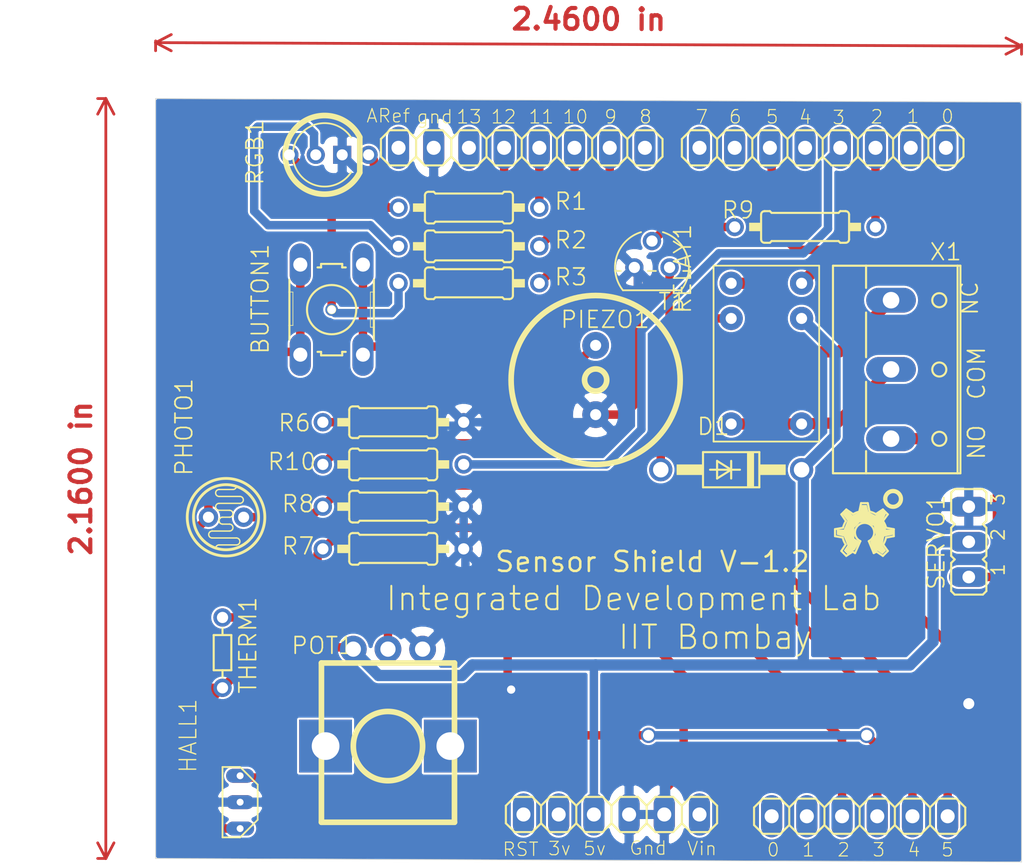
<source format=kicad_pcb>
(kicad_pcb (version 20171130) (host pcbnew 5.1.9-73d0e3b20d~88~ubuntu20.04.1)
  (layers (0 Top signal) (31 Bottom signal) (34 B.Paste user hide) (35 F.Paste user hide) (36 B.SilkS user hide) (37 F.SilkS user) (38 B.Mask user hide) (39 F.Mask user hide) (44 Edge.Cuts user))
  (net 0 "")
  (net 1 GND)
  (net 2 +5V)
  (net 3 +3V3)
  (net 4 V+)
  (net 5 "Net-(JP1-Pad8)")
  (net 6 /IR1.1)
  (net 7 "Net-(JP1-Pad4)")
  (net 8 "Net-(JP1-Pad3)")
  (net 9 "Net-(JP1-Pad2)")
  (net 10 /IR1.2)
  (net 11 /IR2.1)
  (net 12 /IR2.2)
  (net 13 "Net-(JP2-Pad6)")
  (net 14 "Net-(JP2-Pad5)")
  (net 15 "Net-(JP2-Pad4)")
  (net 16 "Net-(JP2-Pad3)")
  (net 17 "Net-(JP2-Pad2)")
  (net 18 "Net-(JP2-Pad1)")
  (net 19 "Net-(JP3-Pad6)")
  (net 20 "Net-(JP4-Pad6)")
  (net 21 "Net-(JP4-Pad5)")
  (net 22 "Net-(JP4-Pad4)")
  (net 23 "Net-(JP4-Pad2)")
  (net 24 "Net-(JP4-Pad1)")
  (net 25 "Net-(R3-Pad1)")
  (net 26 "Net-(R1-Pad1)")
  (net 27 "Net-(R2-Pad1)")
  (net 28 "Net-(D1-PadA)")
  (net 29 "Net-(R9-Pad2)")
  (net 30 "Net-(BUTTON1-Pad1)")
  (net 31 "Net-(HALL1-PadOUT)")
  (net 32 "Net-(RELAY1-Pad3)")
  (net 33 "Net-(RELAY1-Pad6)")
  (net 34 "Net-(RELAY1-Pad1)")
  (net 35 "Net-(PIEZO1-Pad1)")
  (module shield-V1p2:1X08 (layer Top) (at 143.6751 81.0006 180)
    (fp_text reference JP1 hide)
    (fp_text value PINHD-1X8)
    (pad 8 thru_hole oval (at 8.89 0 270) (size 3.048 1.524) (drill 1.016) (layers *.Cu *.Mask) (net 5 "Net-(JP1-Pad8)"))
    (pad 7 thru_hole oval (at 6.35 0 270) (size 3.048 1.524) (drill 1.016) (layers *.Cu *.Mask) (net 1 GND))
    (pad 6 thru_hole oval (at 3.81 0 270) (size 3.048 1.524) (drill 1.016) (layers *.Cu *.Mask) (net 6 /IR1.1))
    (pad 5 thru_hole oval (at 1.27 0 270) (size 3.048 1.524) (drill 1.016) (layers *.Cu *.Mask) (net 30 "Net-(BUTTON1-Pad1)"))
    (pad 4 thru_hole oval (at -1.27 0 270) (size 3.048 1.524) (drill 1.016) (layers *.Cu *.Mask) (net 7 "Net-(JP1-Pad4)"))
    (pad 3 thru_hole oval (at -3.81 0 270) (size 3.048 1.524) (drill 1.016) (layers *.Cu *.Mask) (net 8 "Net-(JP1-Pad3)"))
    (pad 2 thru_hole oval (at -6.35 0 270) (size 3.048 1.524) (drill 1.016) (layers *.Cu *.Mask) (net 9 "Net-(JP1-Pad2)"))
    (pad 1 thru_hole oval (at -8.89 0 270) (size 3.048 1.524) (drill 1.016) (layers *.Cu *.Mask) (net 10 /IR1.2))
  )
  (module shield-V1p2:1X08 (layer Top) (at 165.3921 81.0006 180)
    (fp_text reference JP2 hide)
    (fp_text value PINHD-1X8)
    (pad 8 thru_hole oval (at 8.89 0 270) (size 3.048 1.524) (drill 1.016) (layers *.Cu *.Mask) (net 11 /IR2.1))
    (pad 7 thru_hole oval (at 6.35 0 270) (size 3.048 1.524) (drill 1.016) (layers *.Cu *.Mask) (net 12 /IR2.2))
    (pad 6 thru_hole oval (at 3.81 0 270) (size 3.048 1.524) (drill 1.016) (layers *.Cu *.Mask) (net 13 "Net-(JP2-Pad6)"))
    (pad 5 thru_hole oval (at 1.27 0 270) (size 3.048 1.524) (drill 1.016) (layers *.Cu *.Mask) (net 14 "Net-(JP2-Pad5)"))
    (pad 4 thru_hole oval (at -1.27 0 270) (size 3.048 1.524) (drill 1.016) (layers *.Cu *.Mask) (net 15 "Net-(JP2-Pad4)"))
    (pad 3 thru_hole oval (at -3.81 0 270) (size 3.048 1.524) (drill 1.016) (layers *.Cu *.Mask) (net 16 "Net-(JP2-Pad3)"))
    (pad 2 thru_hole oval (at -6.35 0 270) (size 3.048 1.524) (drill 1.016) (layers *.Cu *.Mask) (net 17 "Net-(JP2-Pad2)"))
    (pad 1 thru_hole oval (at -8.89 0 270) (size 3.048 1.524) (drill 1.016) (layers *.Cu *.Mask) (net 18 "Net-(JP2-Pad1)"))
  )
  (module shield-V1p2:1X06 (layer Top) (at 150.1521 129.1336 180)
    (fp_text reference JP3 hide)
    (fp_text value PINHD-1X6)
    (pad 6 thru_hole oval (at 6.35 0 270) (size 3.048 1.524) (drill 1.016) (layers *.Cu *.Mask) (net 19 "Net-(JP3-Pad6)"))
    (pad 5 thru_hole oval (at 3.81 0 270) (size 3.048 1.524) (drill 1.016) (layers *.Cu *.Mask) (net 3 +3V3))
    (pad 4 thru_hole oval (at 1.27 0 270) (size 3.048 1.524) (drill 1.016) (layers *.Cu *.Mask) (net 2 +5V))
    (pad 3 thru_hole oval (at -1.27 0 270) (size 3.048 1.524) (drill 1.016) (layers *.Cu *.Mask) (net 1 GND))
    (pad 2 thru_hole oval (at -3.81 0 270) (size 3.048 1.524) (drill 1.016) (layers *.Cu *.Mask) (net 1 GND))
    (pad 1 thru_hole oval (at -6.35 0 270) (size 3.048 1.524) (drill 1.016) (layers *.Cu *.Mask) (net 4 V+))
  )
  (module shield-V1p2:1X06 (layer Top) (at 168.0591 129.2606 180)
    (fp_text reference JP4 hide)
    (fp_text value PINHD-1X6)
    (pad 6 thru_hole oval (at 6.35 0 270) (size 3.048 1.524) (drill 1.016) (layers *.Cu *.Mask) (net 20 "Net-(JP4-Pad6)"))
    (pad 5 thru_hole oval (at 3.81 0 270) (size 3.048 1.524) (drill 1.016) (layers *.Cu *.Mask) (net 21 "Net-(JP4-Pad5)"))
    (pad 4 thru_hole oval (at 1.27 0 270) (size 3.048 1.524) (drill 1.016) (layers *.Cu *.Mask) (net 22 "Net-(JP4-Pad4)"))
    (pad 3 thru_hole oval (at -1.27 0 270) (size 3.048 1.524) (drill 1.016) (layers *.Cu *.Mask) (net 31 "Net-(HALL1-PadOUT)"))
    (pad 2 thru_hole oval (at -3.81 0 270) (size 3.048 1.524) (drill 1.016) (layers *.Cu *.Mask) (net 23 "Net-(JP4-Pad2)"))
    (pad 1 thru_hole oval (at -6.35 0 270) (size 3.048 1.524) (drill 1.016) (layers *.Cu *.Mask) (net 24 "Net-(JP4-Pad1)"))
  )
  (module shield-V1p2:B3F-10XX (layer Top) (at 129.9591 92.6846 270)
    (fp_text reference BUTTON1 (at 3.302 4.445 90) (layer F.SilkS) (effects (font (size 1.2065 1.2065) (thickness 0.12065)) (justify left bottom)))
    (fp_text value 10-XX)
    (pad 4 thru_hole oval (at 3.2512 2.2606 270) (size 3.048 1.524) (drill 1.016) (layers *.Cu *.Mask) (net 2 +5V))
    (pad 2 thru_hole oval (at 3.2512 -2.2606 270) (size 3.048 1.524) (drill 1.016) (layers *.Cu *.Mask) (net 30 "Net-(BUTTON1-Pad1)"))
    (pad 3 thru_hole oval (at -3.2512 2.2606 270) (size 3.048 1.524) (drill 1.016) (layers *.Cu *.Mask) (net 2 +5V))
    (pad 1 thru_hole oval (at -3.2512 -2.2606 270) (size 3.048 1.524) (drill 1.016) (layers *.Cu *.Mask) (net 30 "Net-(BUTTON1-Pad1)"))
  )
  (module shield-V1p2:0207_10 (layer Top) (at 134.4041 100.8126 180)
    (fp_text reference R6 (at 8.382 -0.762) (layer F.SilkS) (effects (font (size 1.2065 1.2065) (thickness 0.12065)) (justify left bottom)))
    (fp_text value R-US_0207_10)
    (pad 2 thru_hole circle (at 5.08 0 180) (size 1.3208 1.3208) (drill 0.8128) (layers *.Cu *.Mask) (net 30 "Net-(BUTTON1-Pad1)"))
    (pad 1 thru_hole circle (at -5.08 0 180) (size 1.3208 1.3208) (drill 0.8128) (layers *.Cu *.Mask) (net 1 GND))
  )
  (module shield-V1p2:RGB_VERTICAL (layer Top) (at 128.8161 81.5086)
    (fp_text reference RGB1 (at -3.683 2.286 90) (layer F.SilkS) (effects (font (size 1.2065 1.2065) (thickness 0.12065)) (justify left bottom)))
    (fp_text value "RGB LED")
    (pad 4 thru_hole circle (at -1.905 0 90) (size 1.308 1.308) (drill 0.8) (layers *.Cu *.Mask) (net 25 "Net-(R3-Pad1)"))
    (pad 1 thru_hole circle (at 3.81 0 90) (size 1.308 1.308) (drill 0.8) (layers *.Cu *.Mask) (net 26 "Net-(R1-Pad1)"))
    (pad 2 thru_hole rect (at 1.905 0 90) (size 1.308 1.308) (drill 0.8) (layers *.Cu *.Mask) (net 1 GND))
    (pad 3 thru_hole circle (at 0 0 90) (size 1.308 1.308) (drill 0.8) (layers *.Cu *.Mask) (net 27 "Net-(R2-Pad1)"))
  )
  (module shield-V1p2:0207_10 (layer Top) (at 139.8651 85.3186)
    (fp_text reference R1 (at 6.096 0.254) (layer F.SilkS) (effects (font (size 1.2065 1.2065) (thickness 0.12065)) (justify left bottom)))
    (fp_text value R-US_0207_10)
    (pad 2 thru_hole circle (at 5.08 0) (size 1.3208 1.3208) (drill 0.8128) (layers *.Cu *.Mask) (net 7 "Net-(JP1-Pad4)"))
    (pad 1 thru_hole circle (at -5.08 0) (size 1.3208 1.3208) (drill 0.8128) (layers *.Cu *.Mask) (net 26 "Net-(R1-Pad1)"))
  )
  (module shield-V1p2:0207_10 (layer Top) (at 139.8651 88.1126)
    (fp_text reference R2 (at 6.096 0.254) (layer F.SilkS) (effects (font (size 1.2065 1.2065) (thickness 0.12065)) (justify left bottom)))
    (fp_text value R-US_0207_10)
    (pad 2 thru_hole circle (at 5.08 0) (size 1.3208 1.3208) (drill 0.8128) (layers *.Cu *.Mask) (net 8 "Net-(JP1-Pad3)"))
    (pad 1 thru_hole circle (at -5.08 0) (size 1.3208 1.3208) (drill 0.8128) (layers *.Cu *.Mask) (net 27 "Net-(R2-Pad1)"))
  )
  (module shield-V1p2:0207_10 (layer Top) (at 139.8651 90.7796)
    (fp_text reference R3 (at 6.096 0.254) (layer F.SilkS) (effects (font (size 1.2065 1.2065) (thickness 0.12065)) (justify left bottom)))
    (fp_text value R-US_0207_10)
    (pad 2 thru_hole circle (at 5.08 0) (size 1.3208 1.3208) (drill 0.8128) (layers *.Cu *.Mask) (net 9 "Net-(JP1-Pad2)"))
    (pad 1 thru_hole circle (at -5.08 0) (size 1.3208 1.3208) (drill 0.8128) (layers *.Cu *.Mask) (net 25 "Net-(R3-Pad1)"))
  )
  (module shield-V1p2:VERT_POT (layer Top) (at 134.0231 117.1956 180)
    (fp_text reference POT1 (at 7.056 -0.452) (layer F.SilkS) (effects (font (size 1.2065 1.2065) (thickness 0.12065)) (justify left bottom)))
    (fp_text value EVU_POTENTIOMETER hide)
    (pad P$5 thru_hole rect (at 4.5 -7 180) (size 3.81 3.81) (drill 2) (layers *.Cu *.Mask))
    (pad P$4 thru_hole rect (at -4.5 -7 180) (size 3.81 3.81) (drill 2) (layers *.Cu *.Mask))
    (pad 1 thru_hole circle (at -2.5 0 180) (size 1.9304 1.9304) (drill 1.1) (layers *.Cu *.Mask) (net 1 GND))
    (pad 3 thru_hole circle (at 2.5 0 180) (size 1.9304 1.9304) (drill 1.1) (layers *.Cu *.Mask) (net 2 +5V))
    (pad 2 thru_hole circle (at 0 0 180) (size 1.9304 1.9304) (drill 1.1) (layers *.Cu *.Mask) (net 22 "Net-(JP4-Pad4)"))
  )
  (module shield-V1p2:TO_92_SHORT (layer Top) (at 123.3551 128.2446 90)
    (fp_text reference HALL1 (at 2.032 -3.048 90) (layer F.SilkS) (effects (font (size 1.2065 1.2065) (thickness 0.09652)) (justify left bottom)))
    (fp_text value SS49E hide)
    (pad V+ thru_hole oval (at -1.905 0 180) (size 2.016 1.008) (drill 0.5) (layers *.Cu *.Mask) (net 2 +5V))
    (pad OUT thru_hole oval (at 1.905 0 180) (size 2.016 1.008) (drill 0.5) (layers *.Cu *.Mask) (net 31 "Net-(HALL1-PadOUT)"))
    (pad V- thru_hole oval (at 0 0 180) (size 2.016 1.008) (drill 0.5) (layers *.Cu *.Mask) (net 1 GND))
  )
  (module shield-V1p2:TSC_RELAY (layer Top) (at 161.3281 95.8596 270)
    (fp_text reference RELAY1 (at -2.794 5.334 90) (layer F.SilkS) (effects (font (size 1.2065 1.2065) (thickness 0.12065)) (justify left bottom)))
    (fp_text value TSC_1FORMC hide)
    (pad 3 thru_hole circle (at 5.08 -2.54 270) (size 1.6764 1.6764) (drill 0.8) (layers *.Cu *.Mask) (net 32 "Net-(RELAY1-Pad3)"))
    (pad 4 thru_hole circle (at 5.08 2.54 270) (size 1.6764 1.6764) (drill 0.8) (layers *.Cu *.Mask) (net 32 "Net-(RELAY1-Pad3)"))
    (pad 2 thru_hole circle (at -2.54 -2.54 270) (size 1.6764 1.6764) (drill 0.8) (layers *.Cu *.Mask) (net 2 +5V))
    (pad 5 thru_hole circle (at -2.54 2.54 270) (size 1.6764 1.6764) (drill 0.8) (layers *.Cu *.Mask) (net 28 "Net-(D1-PadA)"))
    (pad 6 thru_hole circle (at -5.08 2.54 270) (size 1.6764 1.6764) (drill 0.8) (layers *.Cu *.Mask) (net 33 "Net-(RELAY1-Pad6)"))
    (pad 1 thru_hole circle (at -5.08 -2.54 270) (size 1.6764 1.6764) (drill 0.8) (layers *.Cu *.Mask) (net 34 "Net-(RELAY1-Pad1)"))
  )
  (module shield-V1p2:R-5 (layer Top) (at 122.0851 117.4496 90)
    (fp_text reference THERM1 (at -3.048 2.54 90) (layer F.SilkS) (effects (font (size 1.2065 1.2065) (thickness 0.12065)) (justify left bottom)))
    (fp_text value Thermistor)
    (pad 2 thru_hole circle (at 2.54 0 90) (size 1.3208 1.3208) (drill 0.8128) (layers *.Cu *.Mask) (net 23 "Net-(JP4-Pad2)"))
    (pad 1 thru_hole circle (at -2.54 0 90) (size 1.3208 1.3208) (drill 0.8128) (layers *.Cu *.Mask) (net 2 +5V))
  )
  (module shield-V1p2:0207_10 (layer Top) (at 134.4041 109.9566)
    (fp_text reference R7 (at -8.128 0.508) (layer F.SilkS) (effects (font (size 1.2065 1.2065) (thickness 0.12065)) (justify left bottom)))
    (fp_text value R-US_0207_10)
    (pad 2 thru_hole circle (at 5.08 0) (size 1.3208 1.3208) (drill 0.8128) (layers *.Cu *.Mask) (net 1 GND))
    (pad 1 thru_hole circle (at -5.08 0) (size 1.3208 1.3208) (drill 0.8128) (layers *.Cu *.Mask) (net 23 "Net-(JP4-Pad2)"))
  )
  (module shield-V1p2:TO46-VT200 (layer Top) (at 122.3391 107.6706)
    (fp_text reference PHOTO1 (at -2.3241 -2.8956 90) (layer F.SilkS) (effects (font (size 1.2065 1.2065) (thickness 0.12065)) (justify left bottom)))
    (fp_text value "CdS Photocell")
    (pad 2 thru_hole circle (at 1.27 0) (size 1.4 1.4) (drill 0.8) (layers *.Cu *.Mask) (net 24 "Net-(JP4-Pad1)"))
    (pad 1 thru_hole circle (at -1.27 0) (size 1.4 1.4) (drill 0.8) (layers *.Cu *.Mask) (net 2 +5V))
  )
  (module shield-V1p2:0207_10 (layer Top) (at 134.4041 106.9086)
    (fp_text reference R8 (at -8.128 0.508) (layer F.SilkS) (effects (font (size 1.2065 1.2065) (thickness 0.12065)) (justify left bottom)))
    (fp_text value R-US_0207_10)
    (pad 2 thru_hole circle (at 5.08 0) (size 1.3208 1.3208) (drill 0.8128) (layers *.Cu *.Mask) (net 1 GND))
    (pad 1 thru_hole circle (at -5.08 0) (size 1.3208 1.3208) (drill 0.8128) (layers *.Cu *.Mask) (net 24 "Net-(JP4-Pad1)"))
  )
  (module shield-V1p2:TO92 (layer Top) (at 153.0731 89.6366)
    (fp_text reference T1 (at 0.381 3.175) (layer F.SilkS) (effects (font (size 1.2065 1.2065) (thickness 0.12065)) (justify left bottom)))
    (fp_text value 2N3904)
    (pad 3 thru_hole circle (at -1.27 0) (size 1.3208 1.3208) (drill 0.8128) (layers *.Cu *.Mask) (net 1 GND))
    (pad 2 thru_hole circle (at 0 -1.905) (size 1.3208 1.3208) (drill 0.8128) (layers *.Cu *.Mask) (net 29 "Net-(R9-Pad2)"))
    (pad 1 thru_hole circle (at 1.27 0) (size 1.3208 1.3208) (drill 0.8128) (layers *.Cu *.Mask) (net 28 "Net-(D1-PadA)"))
  )
  (module shield-V1p2:DO41-10 (layer Top) (at 158.7881 104.2416 180)
    (fp_text reference D1 (at 2.54 2.413) (layer F.SilkS) (effects (font (size 1.2065 1.2065) (thickness 0.12065)) (justify left bottom)))
    (fp_text value 1N4004)
    (pad C thru_hole circle (at -5.08 0 180) (size 1.6764 1.6764) (drill 1.1176) (layers *.Cu *.Mask) (net 2 +5V))
    (pad A thru_hole circle (at 5.08 0 180) (size 1.6764 1.6764) (drill 1.1176) (layers *.Cu *.Mask) (net 28 "Net-(D1-PadA)"))
  )
  (module shield-V1p2:W237-103 (layer Top) (at 171.6151 97.0026 270)
    (fp_text reference X1 (at -7.7778 -1.4262) (layer F.SilkS) (effects (font (size 1.2065 1.2065) (thickness 0.12065)) (justify left bottom)))
    (fp_text value W237-103)
    (pad 3 thru_hole oval (at 5 1.29) (size 3.5814 1.7907) (drill 1.1938) (layers *.Cu *.Mask) (net 34 "Net-(RELAY1-Pad1)"))
    (pad 2 thru_hole oval (at 0 1.29) (size 3.5814 1.7907) (drill 1.1938) (layers *.Cu *.Mask) (net 32 "Net-(RELAY1-Pad3)"))
    (pad 1 thru_hole oval (at -5 1.29) (size 3.5814 1.7907) (drill 1.1938) (layers *.Cu *.Mask) (net 33 "Net-(RELAY1-Pad6)"))
  )
  (module shield-V1p2:0207_10 (layer Top) (at 164.1221 86.7156 180)
    (fp_text reference R9 (at 6.096 0.508) (layer F.SilkS) (effects (font (size 1.2065 1.2065) (thickness 0.12065)) (justify left bottom)))
    (fp_text value R-US_0207_10)
    (pad 2 thru_hole circle (at 5.08 0 180) (size 1.3208 1.3208) (drill 0.8128) (layers *.Cu *.Mask) (net 29 "Net-(R9-Pad2)"))
    (pad 1 thru_hole circle (at -5.08 0 180) (size 1.3208 1.3208) (drill 0.8128) (layers *.Cu *.Mask) (net 16 "Net-(JP2-Pad3)"))
  )
  (module shield-V1p2:0207_10 (layer Top) (at 134.4041 103.8606)
    (fp_text reference R10 (at -9.144 0.508) (layer F.SilkS) (effects (font (size 1.2065 1.2065) (thickness 0.12065)) (justify left bottom)))
    (fp_text value R-US_0207_10)
    (pad 2 thru_hole circle (at 5.08 0) (size 1.3208 1.3208) (drill 0.8128) (layers *.Cu *.Mask) (net 15 "Net-(JP2-Pad4)"))
    (pad 1 thru_hole circle (at -5.08 0) (size 1.3208 1.3208) (drill 0.8128) (layers *.Cu *.Mask) (net 35 "Net-(PIEZO1-Pad1)"))
  )
  (module shield-V1p2:OSHW_FILLX150_NOTEXT (layer Top) (at 166.2811 110.4646)
    (fp_text reference U$1 hide)
    (fp_text value "" hide)
  )
  (module shield-V1p2:PS1240P02BT (layer Top) (at 149.0091 97.7646 270)
    (fp_text reference PIEZO1 (at -3.66 2.612) (layer F.SilkS) (effects (font (size 1.2065 1.2065) (thickness 0.12065)) (justify left bottom)))
    (fp_text value PS1240P02BT hide)
    (pad 2 thru_hole circle (at 2.5 0 270) (size 1.9304 1.9304) (drill 0.8) (layers *.Cu *.Mask) (net 1 GND))
    (pad 1 thru_hole circle (at -2.5 0 270) (size 1.9304 1.9304) (drill 0.8) (layers *.Cu *.Mask) (net 35 "Net-(PIEZO1-Pad1)"))
  )
  (module shield-V1p2:JP2 (layer Top) (at 175.9331 109.4486 90)
    (fp_text reference SERVO1 (at -3.556 -1.651 90) (layer F.SilkS) (effects (font (size 1.2065 1.2065) (thickness 0.127)) (justify left bottom)))
    (fp_text value JP2E)
    (fp_text user 3 (at 2.54 2.667 90) (layer F.SilkS) (effects (font (size 0.94107 0.94107) (thickness 0.118872)) (justify left bottom)))
    (fp_text user 2 (at 0 2.667 90) (layer F.SilkS) (effects (font (size 0.94107 0.94107) (thickness 0.118872)) (justify left bottom)))
    (fp_text user 1 (at -2.54 2.667 90) (layer F.SilkS) (effects (font (size 0.94107 0.94107) (thickness 0.118872)) (justify left bottom)))
    (pad 3 thru_hole oval (at 2.54 0 180) (size 2.8448 1.4224) (drill 0.9144) (layers *.Cu *.Mask) (net 1 GND))
    (pad 2 thru_hole oval (at 0 0 180) (size 2.8448 1.4224) (drill 0.9144) (layers *.Cu *.Mask) (net 2 +5V))
    (pad 1 thru_hole oval (at -2.54 0 180) (size 2.8448 1.4224) (drill 0.9144) (layers *.Cu *.Mask) (net 13 "Net-(JP2-Pad6)"))
  )
  (gr_line (start 117.2591 132.3086) (end 179.7431 132.5626) (layer Edge.Cuts) (width 0.05))
  (gr_circle (center 170.4721 106.3498) (end 171.04 106.3498) (layer F.SilkS) (width 0.3048))
  (gr_text RST (at 144.9552 131.0843) (layer F.SilkS) (effects (font (size 0.9652 0.9652) (thickness 0.08128)) (justify right top)))
  (gr_text 3v (at 147.2768 131.0285) (layer F.SilkS) (effects (font (size 0.9652 0.9652) (thickness 0.08128)) (justify right top)))
  (gr_text 5v (at 149.8168 131.0285) (layer F.SilkS) (effects (font (size 0.9652 0.9652) (thickness 0.08128)) (justify right top)))
  (gr_text Gnd (at 154.206 130.9929) (layer F.SilkS) (effects (font (size 0.9652 0.9652) (thickness 0.08128)) (justify right top)))
  (gr_text Vin (at 157.8178 131.0285) (layer F.SilkS) (effects (font (size 0.9652 0.9652) (thickness 0.08128)) (justify right top)))
  (gr_text 0 (at 162.334 131.1199) (layer F.SilkS) (effects (font (size 0.9652 0.9652) (thickness 0.08128)) (justify right top)))
  (gr_text 1 (at 164.874 131.1199) (layer F.SilkS) (effects (font (size 0.9652 0.9652) (thickness 0.08128)) (justify right top)))
  (gr_text 2 (at 167.414 131.1199) (layer F.SilkS) (effects (font (size 0.9652 0.9652) (thickness 0.08128)) (justify right top)))
  (gr_text 3 (at 169.954 131.1199) (layer F.SilkS) (effects (font (size 0.9652 0.9652) (thickness 0.08128)) (justify right top)))
  (gr_text 4 (at 172.494 131.1199) (layer F.SilkS) (effects (font (size 0.9652 0.9652) (thickness 0.08128)) (justify right top)))
  (gr_text 5 (at 174.907 131.1199) (layer F.SilkS) (effects (font (size 0.9652 0.9652) (thickness 0.08128)) (justify right top)))
  (gr_text 7 (at 157.1828 78.1965) (layer F.SilkS) (effects (font (size 0.9652 0.9652) (thickness 0.08128)) (justify right top)))
  (gr_text 6 (at 159.5958 78.1965) (layer F.SilkS) (effects (font (size 0.9652 0.9652) (thickness 0.08128)) (justify right top)))
  (gr_text 5 (at 162.2628 78.1965) (layer F.SilkS) (effects (font (size 0.9652 0.9652) (thickness 0.08128)) (justify right top)))
  (gr_text 4 (at 164.6504 78.2219) (layer F.SilkS) (effects (font (size 0.9652 0.9652) (thickness 0.08128)) (justify right top)))
  (gr_text 3 (at 167.0634 78.2473) (layer F.SilkS) (effects (font (size 0.9652 0.9652) (thickness 0.08128)) (justify right top)))
  (gr_text 2 (at 169.8066 78.1965) (layer F.SilkS) (effects (font (size 0.9652 0.9652) (thickness 0.08128)) (justify right top)))
  (gr_text 1 (at 172.4228 78.1711) (layer F.SilkS) (effects (font (size 0.9652 0.9652) (thickness 0.08128)) (justify right top)))
  (gr_text 0 (at 174.912 78.1711) (layer F.SilkS) (effects (font (size 0.9652 0.9652) (thickness 0.08128)) (justify right top)))
  (gr_text COM (at 177.2031 99.2886 90) (layer F.SilkS) (effects (font (size 1.2065 1.2065) (thickness 0.127)) (justify left bottom)))
  (gr_text NO (at 177.2031 103.6066 90) (layer F.SilkS) (effects (font (size 1.2065 1.2065) (thickness 0.127)) (justify left bottom)))
  (gr_text NC (at 176.6951 93.1926 90) (layer F.SilkS) (effects (font (size 1.2065 1.2065) (thickness 0.127)) (justify left bottom)))
  (gr_text ARef (at 135.6842 78.1253) (layer F.SilkS) (effects (font (size 0.9652 0.9652) (thickness 0.08128)) (justify right top)))
  (gr_text gnd (at 138.7678 78.1965) (layer F.SilkS) (effects (font (size 0.9652 0.9652) (thickness 0.08128)) (justify right top)))
  (gr_text 13 (at 140.8506 78.1965) (layer F.SilkS) (effects (font (size 0.9652 0.9652) (thickness 0.08128)) (justify right top)))
  (gr_text 12 (at 143.3398 78.1965) (layer F.SilkS) (effects (font (size 0.9652 0.9652) (thickness 0.08128)) (justify right top)))
  (gr_text 11 (at 146.0576 78.1965) (layer F.SilkS) (effects (font (size 0.9652 0.9652) (thickness 0.08128)) (justify right top)))
  (gr_text 10 (at 148.5214 78.1965) (layer F.SilkS) (effects (font (size 0.9652 0.9652) (thickness 0.08128)) (justify right top)))
  (gr_text 9 (at 150.6042 78.1965) (layer F.SilkS) (effects (font (size 0.9652 0.9652) (thickness 0.08128)) (justify right top)))
  (gr_text 8 (at 153.1188 78.1965) (layer F.SilkS) (effects (font (size 0.9652 0.9652) (thickness 0.08128)) (justify right top)))
  (gr_text "Sensor Shield V-1.2" (at 141.6431 111.7346) (layer F.SilkS) (effects (font (size 1.4478 1.4478) (thickness 0.18288)) (justify left bottom)))
  (gr_line (start 179.7431 132.5626) (end 179.7431 77.6986) (layer Edge.Cuts) (width 0.05))
  (gr_line (start 117.2591 77.4446) (end 179.7431 77.6986) (layer Edge.Cuts) (width 0.05))
  (gr_line (start 117.2591 132.3086) (end 117.2591 77.4446) (layer Edge.Cuts) (width 0.05))
  (gr_text "Integrated Development Lab" (at 133.7691 114.5286) (layer F.SilkS) (effects (font (size 1.6891 1.6891) (thickness 0.14224)) (justify left bottom)))
  (gr_text "IIT Bombay" (at 150.5331 117.3226) (layer F.SilkS) (effects (font (size 1.6891 1.6891) (thickness 0.14224)) (justify left bottom)))
  (dimension 62.484516 (width 0.2) (layer Top) (gr_text "62.485 mm" (at 148.492466 75.532983 359.7670916) (layer Top) (effects (font (size 1.5 1.5) (thickness 0.3)))) (feature1 (pts (xy 179.7431 73.536097) (xy 179.740213 74.246416))) (feature2 (pts (xy 117.2591 73.282097) (xy 117.256213 73.992416))) (crossbar (pts (xy 117.258596 73.406) (xy 179.742596 73.66))) (arrow1a (pts (xy 179.742596 73.66) (xy 178.613718 74.241837))) (arrow1b (pts (xy 179.742596 73.66) (xy 178.618485 73.069005))) (arrow2a (pts (xy 117.258596 73.406) (xy 118.382707 73.996995))) (arrow2b (pts (xy 117.258596 73.406) (xy 118.387474 72.824163))))
  (dimension 54.864 (width 0.2) (layer Top) (gr_text "54.864 mm" (at 111.665 104.8766 270) (layer Top) (effects (font (size 1.5 1.5) (thickness 0.3)))) (feature1 (pts (xy 113.665 132.3086) (xy 113.078579 132.3086))) (feature2 (pts (xy 113.665 77.4446) (xy 113.078579 77.4446))) (crossbar (pts (xy 113.665 77.4446) (xy 113.665 132.3086))) (arrow1a (pts (xy 113.665 132.3086) (xy 113.078579 131.182096))) (arrow1b (pts (xy 113.665 132.3086) (xy 114.251421 131.182096))) (arrow2a (pts (xy 113.665 77.4446) (xy 113.078579 78.571104))) (arrow2b (pts (xy 113.665 77.4446) (xy 114.251421 78.571104))))
  (segment (start 149.0091 100.2646) (end 148.4611 100.8126) (width 0.6096) (layer Bottom) (net 1))
  (segment (start 148.4611 100.8126) (end 139.4841 100.8126) (width 0.6096) (layer Bottom) (net 1))
  (segment (start 151.8031 89.6366) (end 152.0571 89.8906) (width 0.6096) (layer Top) (net 1))
  (segment (start 152.0571 89.8906) (end 152.0571 99.2886) (width 0.6096) (layer Top) (net 1))
  (segment (start 152.0571 99.2886) (end 151.0811 100.2646) (width 0.6096) (layer Top) (net 1))
  (segment (start 151.0811 100.2646) (end 149.0091 100.2646) (width 0.6096) (layer Top) (net 1))
  (segment (start 151.4221 129.1336) (end 153.9621 129.1336) (width 0.6096) (layer Bottom) (net 1))
  (segment (start 153.9621 129.1336) (end 154.0891 129.0066) (width 0.254) (layer Bottom) (net 1))
  (segment (start 154.0891 129.0066) (end 154.0891 126.9746) (width 0.6096) (layer Bottom) (net 1))
  (segment (start 154.0891 126.9746) (end 155.1051 125.9586) (width 0.6096) (layer Bottom) (net 1))
  (segment (start 155.1051 125.9586) (end 174.9171 125.9586) (width 0.6096) (layer Bottom) (net 1))
  (segment (start 174.9171 125.9586) (end 176.0871 124.7886) (width 0.6096) (layer Bottom) (net 1))
  (segment (start 151.8031 89.6366) (end 152.0571 89.8906) (width 0.6096) (layer Bottom) (net 1))
  (segment (start 152.0571 89.8906) (end 152.0571 92.1766) (width 0.6096) (layer Bottom) (net 1))
  (segment (start 152.0571 92.1766) (end 151.0411 93.1926) (width 0.6096) (layer Bottom) (net 1))
  (segment (start 151.0411 93.1926) (end 139.6111 93.1926) (width 0.6096) (layer Bottom) (net 1))
  (segment (start 139.6111 93.1926) (end 137.3251 90.9066) (width 0.6096) (layer Bottom) (net 1))
  (segment (start 137.3251 90.9066) (end 137.3251 83.5406) (width 0.6096) (layer Bottom) (net 1))
  (segment (start 137.3251 83.5406) (end 137.3251 81.0006) (width 0.6096) (layer Bottom) (net 1))
  (segment (start 139.4841 100.8126) (end 139.3571 100.8126) (width 0.6096) (layer Bottom) (net 1))
  (segment (start 139.3571 100.8126) (end 139.1031 101.0666) (width 0.6096) (layer Bottom) (net 1))
  (segment (start 139.1031 101.0666) (end 135.5471 101.0666) (width 0.6096) (layer Bottom) (net 1))
  (segment (start 135.5471 101.0666) (end 135.0391 101.5746) (width 0.6096) (layer Bottom) (net 1))
  (segment (start 135.0391 101.5746) (end 135.0391 106.4006) (width 0.6096) (layer Bottom) (net 1))
  (segment (start 135.0391 106.4006) (end 135.5471 106.9086) (width 0.6096) (layer Bottom) (net 1))
  (segment (start 135.5471 106.9086) (end 139.4841 106.9086) (width 0.6096) (layer Bottom) (net 1))
  (segment (start 130.7211 81.5086) (end 132.7531 83.5406) (width 0.6096) (layer Bottom) (net 1))
  (segment (start 132.7531 83.5406) (end 137.3251 83.5406) (width 0.6096) (layer Bottom) (net 1))
  (segment (start 136.5231 117.1956) (end 138.9361 114.7826) (width 0.6096) (layer Top) (net 1))
  (segment (start 138.9361 114.7826) (end 142.6591 114.7826) (width 0.6096) (layer Top) (net 1))
  (segment (start 142.6591 114.7826) (end 151.0411 114.7826) (width 0.6096) (layer Top) (net 1))
  (segment (start 151.0411 114.7826) (end 155.3591 119.1006) (width 0.6096) (layer Top) (net 1))
  (segment (start 155.3591 119.1006) (end 155.3591 125.9586) (width 0.6096) (layer Top) (net 1))
  (segment (start 155.3591 125.9586) (end 153.9621 127.3556) (width 0.6096) (layer Top) (net 1))
  (segment (start 153.9621 127.3556) (end 153.9621 129.1336) (width 0.6096) (layer Top) (net 1))
  (segment (start 175.9331 106.9086) (end 172.6311 106.9086) (width 0.6096) (layer Top) (net 1))
  (segment (start 172.6311 106.9086) (end 172.1231 107.4166) (width 0.6096) (layer Top) (net 1))
  (segment (start 172.1231 107.4166) (end 172.1231 114.5286) (width 0.6096) (layer Top) (net 1))
  (segment (start 172.1231 114.5286) (end 175.9331 118.3386) (width 0.6096) (layer Top) (net 1))
  (segment (start 175.9331 118.3386) (end 175.9331 121.1326) (width 0.6096) (layer Top) (net 1))
  (via (at 175.9331 121.1326) (size 1.1048) (drill 0.8) (layers Top Bottom) (net 1))
  (segment (start 175.9331 121.1326) (end 176.0871 121.2866) (width 0.4064) (layer Bottom) (net 1))
  (segment (start 176.0871 121.2866) (end 176.0871 124.7886) (width 0.6096) (layer Bottom) (net 1))
  (segment (start 139.4841 106.9086) (end 139.4841 109.9566) (width 0.6096) (layer Bottom) (net 1))
  (segment (start 139.4841 109.9566) (end 139.6111 110.0836) (width 0.6096) (layer Bottom) (net 1))
  (segment (start 139.6111 110.0836) (end 139.6111 114.2746) (width 0.6096) (layer Bottom) (net 1))
  (segment (start 139.6111 114.2746) (end 136.6901 117.1956) (width 0.6096) (layer Bottom) (net 1))
  (segment (start 136.6901 117.1956) (end 136.5231 117.1956) (width 0.6096) (layer Bottom) (net 1))
  (segment (start 123.3551 128.2446) (end 139.8651 128.2446) (width 0.6096) (layer Bottom) (net 1))
  (segment (start 139.8651 128.2446) (end 142.9131 125.1966) (width 0.6096) (layer Bottom) (net 1))
  (segment (start 142.9131 125.1966) (end 142.9131 120.1166) (width 0.6096) (layer Bottom) (net 1))
  (via (at 142.9131 120.1166) (size 0.9048) (drill 0.6) (layers Top Bottom) (net 1))
  (segment (start 142.9131 120.1166) (end 142.6591 119.8626) (width 0.6096) (layer Top) (net 1))
  (segment (start 142.6591 119.8626) (end 142.6591 114.7826) (width 0.6096) (layer Top) (net 1))
  (segment (start 163.8681 104.2416) (end 166.2811 101.8286) (width 0.8128) (layer Bottom) (net 2))
  (segment (start 166.2811 101.8286) (end 166.2811 95.7326) (width 0.8128) (layer Bottom) (net 2))
  (segment (start 166.2811 95.7326) (end 163.8681 93.3196) (width 0.8128) (layer Bottom) (net 2))
  (segment (start 163.9951 104.3686) (end 163.8681 104.2416) (width 0.6096) (layer Bottom) (net 2))
  (segment (start 163.9951 118.3386) (end 163.9951 104.3686) (width 0.8128) (layer Bottom) (net 2))
  (segment (start 131.5231 117.1956) (end 131.4831 117.2356) (width 0.6096) (layer Bottom) (net 2))
  (segment (start 140.1191 118.3386) (end 149.0091 118.3386) (width 0.8128) (layer Bottom) (net 2))
  (segment (start 149.0091 118.3386) (end 163.9951 118.3386) (width 0.8128) (layer Bottom) (net 2))
  (segment (start 148.8821 118.4656) (end 148.8821 129.1336) (width 0.6096) (layer Bottom) (net 2))
  (segment (start 149.0091 118.3386) (end 148.8821 118.4656) (width 0.8128) (layer Bottom) (net 2))
  (segment (start 127.6985 95.9358) (end 127.6985 89.4334) (width 0.6096) (layer Top) (net 2))
  (segment (start 131.4831 117.2356) (end 133.3481 119.1006) (width 0.8128) (layer Bottom) (net 2))
  (segment (start 133.3481 119.1006) (end 139.3571 119.1006) (width 0.8128) (layer Bottom) (net 2))
  (segment (start 139.3571 119.1006) (end 140.1191 118.3386) (width 0.8128) (layer Bottom) (net 2))
  (segment (start 127.6985 95.9358) (end 127.4953 95.7326) (width 0.6096) (layer Top) (net 2))
  (segment (start 127.4953 95.7326) (end 122.0851 95.7326) (width 0.6096) (layer Top) (net 2))
  (segment (start 122.0851 95.7326) (end 121.0691 96.7486) (width 0.6096) (layer Top) (net 2))
  (segment (start 121.0691 96.7486) (end 121.0691 107.6706) (width 0.6096) (layer Top) (net 2))
  (segment (start 121.0691 107.6706) (end 120.3071 108.4326) (width 0.6096) (layer Top) (net 2))
  (segment (start 120.3071 108.4326) (end 120.3071 119.6086) (width 0.6096) (layer Top) (net 2))
  (segment (start 120.3071 119.6086) (end 120.6881 119.9896) (width 0.6096) (layer Top) (net 2))
  (segment (start 120.6881 119.9896) (end 122.0851 119.9896) (width 0.6096) (layer Top) (net 2))
  (segment (start 122.0851 119.9896) (end 125.0061 117.0686) (width 0.6096) (layer Top) (net 2))
  (segment (start 125.0061 117.0686) (end 130.9751 117.0686) (width 0.6096) (layer Top) (net 2))
  (segment (start 130.9751 117.0686) (end 131.1021 117.1956) (width 0.6096) (layer Top) (net 2))
  (segment (start 131.1021 117.1956) (end 131.5231 117.1956) (width 0.6096) (layer Top) (net 2))
  (segment (start 122.0851 119.9896) (end 121.0691 121.0056) (width 0.6096) (layer Top) (net 2))
  (segment (start 121.0691 121.0056) (end 121.0691 129.0066) (width 0.6096) (layer Top) (net 2))
  (segment (start 121.0691 129.0066) (end 122.2121 130.1496) (width 0.6096) (layer Top) (net 2))
  (segment (start 122.2121 130.1496) (end 123.3551 130.1496) (width 0.6096) (layer Top) (net 2))
  (segment (start 175.9331 109.4486) (end 175.0314 109.4486) (width 0.25) (layer Bottom) (net 2))
  (segment (start 173.355 116.6622) (end 171.6786 118.3386) (width 0.8128) (layer Bottom) (net 2))
  (segment (start 173.355 109.855) (end 173.355 116.6622) (width 0.8128) (layer Bottom) (net 2))
  (segment (start 173.7614 109.4486) (end 173.355 109.855) (width 0.8128) (layer Bottom) (net 2))
  (segment (start 175.9331 109.4486) (end 173.7614 109.4486) (width 0.8128) (layer Bottom) (net 2))
  (segment (start 163.9951 118.3386) (end 171.6786 118.3386) (width 0.8128) (layer Bottom) (net 2))
  (segment (start 144.9451 81.0006) (end 144.9451 85.3186) (width 0.6096) (layer Top) (net 7))
  (segment (start 144.9451 88.1126) (end 147.4851 85.5726) (width 0.6096) (layer Top) (net 8))
  (segment (start 147.4851 85.5726) (end 147.4851 81.0006) (width 0.6096) (layer Top) (net 8))
  (segment (start 144.9451 90.7796) (end 150.0251 85.6996) (width 0.6096) (layer Top) (net 9))
  (segment (start 150.0251 85.6996) (end 150.0251 81.0006) (width 0.6096) (layer Top) (net 9))
  (segment (start 161.5821 81.0006) (end 161.7091 81.1276) (width 0.4064) (layer Top) (net 13))
  (segment (start 177.9651 92.1766) (end 177.9651 110.49) (width 0.6096) (layer Top) (net 13))
  (segment (start 174.1551 88.3666) (end 177.9651 92.1766) (width 0.6096) (layer Top) (net 13))
  (segment (start 163.4871 88.3666) (end 174.1551 88.3666) (width 0.6096) (layer Top) (net 13))
  (segment (start 161.7091 86.5886) (end 163.4871 88.3666) (width 0.6096) (layer Top) (net 13))
  (segment (start 161.7091 81.1276) (end 161.7091 86.5886) (width 0.6096) (layer Top) (net 13))
  (segment (start 177.9651 110.49) (end 177.9651 111.5949) (width 0.6096) (layer Top) (net 13))
  (segment (start 177.5714 111.9886) (end 175.9331 111.9886) (width 0.6096) (layer Top) (net 13))
  (segment (start 177.9651 111.5949) (end 177.5714 111.9886) (width 0.6096) (layer Top) (net 13))
  (segment (start 139.4841 103.8606) (end 149.7711 103.8606) (width 0.6096) (layer Bottom) (net 15))
  (segment (start 149.7711 103.8606) (end 152.3111 101.3206) (width 0.6096) (layer Bottom) (net 15))
  (segment (start 152.3111 101.3206) (end 152.3111 94.2086) (width 0.6096) (layer Bottom) (net 15))
  (segment (start 152.3111 94.2086) (end 157.8991 88.6206) (width 0.6096) (layer Bottom) (net 15))
  (segment (start 157.8991 88.6206) (end 163.9951 88.6206) (width 0.6096) (layer Bottom) (net 15))
  (segment (start 166.6621 81.0006) (end 165.7731 81.8896) (width 0.6096) (layer Bottom) (net 15))
  (segment (start 165.7731 81.8896) (end 165.7731 86.8426) (width 0.6096) (layer Bottom) (net 15))
  (segment (start 165.7731 86.8426) (end 163.9951 88.6206) (width 0.6096) (layer Bottom) (net 15))
  (segment (start 169.2021 86.7156) (end 169.2021 81.0006) (width 0.6096) (layer Top) (net 16))
  (segment (start 134.0231 114.5286) (end 135.0391 113.5126) (width 0.6096) (layer Top) (net 22))
  (segment (start 135.0391 113.5126) (end 156.6291 113.5126) (width 0.6096) (layer Top) (net 22))
  (segment (start 156.6291 113.5126) (end 166.7891 123.6726) (width 0.6096) (layer Top) (net 22))
  (segment (start 166.7891 123.6726) (end 166.7891 129.2606) (width 0.6096) (layer Top) (net 22))
  (segment (start 134.0231 114.5286) (end 134.0231 117.1956) (width 0.6096) (layer Top) (net 22))
  (segment (start 171.8691 123.4186) (end 171.8691 129.2606) (width 0.6096) (layer Top) (net 23))
  (segment (start 156.8831 108.4326) (end 171.8691 123.4186) (width 0.6096) (layer Top) (net 23))
  (segment (start 130.9751 108.4326) (end 156.8831 108.4326) (width 0.6096) (layer Top) (net 23))
  (segment (start 129.3241 109.9566) (end 130.9751 108.4326) (width 0.6096) (layer Top) (net 23))
  (segment (start 129.3241 109.9566) (end 128.9431 110.3376) (width 0.6096) (layer Top) (net 23))
  (segment (start 128.9431 110.3376) (end 128.9431 113.5126) (width 0.6096) (layer Top) (net 23))
  (segment (start 128.9431 113.5126) (end 127.5461 114.9096) (width 0.6096) (layer Top) (net 23))
  (segment (start 127.5461 114.9096) (end 122.0851 114.9096) (width 0.6096) (layer Top) (net 23))
  (segment (start 129.3241 106.9086) (end 130.8481 105.3846) (width 0.6096) (layer Top) (net 24))
  (segment (start 130.8481 105.3846) (end 140.6271 105.3846) (width 0.6096) (layer Top) (net 24))
  (segment (start 140.6271 105.3846) (end 142.4051 107.1626) (width 0.6096) (layer Top) (net 24))
  (segment (start 142.4051 107.1626) (end 158.1531 107.1626) (width 0.6096) (layer Top) (net 24))
  (segment (start 174.4091 123.4186) (end 174.4091 129.2606) (width 0.6096) (layer Top) (net 24))
  (segment (start 129.1971 106.9086) (end 129.3241 106.9086) (width 0.6096) (layer Top) (net 24))
  (segment (start 158.1531 107.1626) (end 174.4091 123.4186) (width 0.6096) (layer Top) (net 24))
  (segment (start 129.1971 106.9086) (end 128.4351 107.6706) (width 0.6096) (layer Top) (net 24))
  (segment (start 128.4351 107.6706) (end 123.6091 107.6706) (width 0.6096) (layer Top) (net 24))
  (segment (start 126.9111 81.5086) (end 129.9591 84.5566) (width 0.6096) (layer Top) (net 25))
  (segment (start 129.9591 84.5566) (end 129.9591 92.6846) (width 0.6096) (layer Top) (net 25))
  (via (at 129.9591 92.6846) (size 0.9048) (drill 0.6) (layers Top Bottom) (net 25))
  (segment (start 129.9591 92.6846) (end 130.2131 92.9386) (width 0.6096) (layer Bottom) (net 25))
  (segment (start 130.2131 92.9386) (end 134.2771 92.9386) (width 0.6096) (layer Bottom) (net 25))
  (segment (start 134.2771 92.9386) (end 134.7851 92.4306) (width 0.6096) (layer Bottom) (net 25))
  (segment (start 134.7851 92.4306) (end 134.7851 90.7796) (width 0.6096) (layer Bottom) (net 25))
  (segment (start 132.6261 81.5086) (end 133.0071 81.8896) (width 0.6096) (layer Top) (net 26))
  (segment (start 133.0071 81.8896) (end 133.0071 84.3026) (width 0.6096) (layer Top) (net 26))
  (segment (start 133.0071 84.3026) (end 134.0231 85.3186) (width 0.6096) (layer Top) (net 26))
  (segment (start 134.0231 85.3186) (end 134.7851 85.3186) (width 0.6096) (layer Top) (net 26))
  (segment (start 128.8161 81.5086) (end 128.6891 81.3816) (width 0.6096) (layer Bottom) (net 27))
  (segment (start 128.6891 81.3816) (end 128.6891 79.9846) (width 0.6096) (layer Bottom) (net 27))
  (segment (start 128.6891 79.9846) (end 128.1811 79.4766) (width 0.6096) (layer Bottom) (net 27))
  (segment (start 128.1811 79.4766) (end 124.6251 79.4766) (width 0.6096) (layer Bottom) (net 27))
  (segment (start 124.6251 79.4766) (end 124.3711 79.7306) (width 0.6096) (layer Bottom) (net 27))
  (segment (start 124.3711 79.7306) (end 124.3711 85.5726) (width 0.6096) (layer Bottom) (net 27))
  (segment (start 124.3711 85.5726) (end 125.3871 86.5886) (width 0.6096) (layer Bottom) (net 27))
  (segment (start 125.3871 86.5886) (end 132.7531 86.5886) (width 0.6096) (layer Bottom) (net 27))
  (segment (start 132.7531 86.5886) (end 134.2771 88.1126) (width 0.6096) (layer Bottom) (net 27))
  (segment (start 134.2771 88.1126) (end 134.7851 88.1126) (width 0.6096) (layer Bottom) (net 27))
  (segment (start 154.3431 93.3196) (end 154.3431 89.6366) (width 0.6096) (layer Top) (net 28))
  (segment (start 153.7081 93.9546) (end 154.3431 93.3196) (width 0.6096) (layer Top) (net 28))
  (segment (start 153.7081 104.2416) (end 153.7081 93.9546) (width 0.6096) (layer Top) (net 28))
  (segment (start 154.3431 93.3196) (end 158.7881 93.3196) (width 0.6096) (layer Top) (net 28))
  (segment (start 154.2161 86.7156) (end 159.0421 86.7156) (width 0.6096) (layer Top) (net 29))
  (segment (start 153.0731 87.7316) (end 154.2161 86.7156) (width 0.6096) (layer Top) (net 29))
  (segment (start 141.3891 84.5566) (end 142.4051 83.5406) (width 0.6096) (layer Top) (net 30))
  (segment (start 142.4051 83.5406) (end 142.4051 81.0006) (width 0.6096) (layer Top) (net 30))
  (segment (start 129.3241 100.8126) (end 132.4991 100.8126) (width 0.6096) (layer Top) (net 30))
  (segment (start 132.4991 100.8126) (end 137.9601 95.3516) (width 0.6096) (layer Top) (net 30))
  (segment (start 137.9601 95.3516) (end 141.3891 91.9226) (width 0.6096) (layer Top) (net 30))
  (segment (start 141.3891 91.9226) (end 141.3891 84.5566) (width 0.6096) (layer Top) (net 30))
  (segment (start 132.2197 89.4334) (end 132.2197 95.9358) (width 0.6096) (layer Top) (net 30))
  (segment (start 132.2197 95.9358) (end 132.8039 95.3516) (width 0.6096) (layer Top) (net 30))
  (segment (start 132.8039 95.3516) (end 137.9601 95.3516) (width 0.6096) (layer Top) (net 30))
  (segment (start 123.3551 126.3396) (end 123.4821 126.4666) (width 0.6096) (layer Top) (net 31))
  (segment (start 123.4821 126.4666) (end 125.6411 126.4666) (width 0.6096) (layer Top) (net 31))
  (segment (start 125.6411 126.4666) (end 127.4191 128.2446) (width 0.6096) (layer Top) (net 31))
  (segment (start 127.4191 128.2446) (end 140.1191 128.2446) (width 0.6096) (layer Top) (net 31))
  (segment (start 140.1191 128.2446) (end 144.9451 123.4186) (width 0.6096) (layer Top) (net 31))
  (segment (start 144.9451 123.4186) (end 152.8191 123.4186) (width 0.6096) (layer Top) (net 31))
  (via (at 152.8191 123.4186) (size 1.1048) (drill 0.8) (layers Top Bottom) (net 31))
  (segment (start 152.8191 123.4186) (end 168.5671 123.4186) (width 0.6096) (layer Bottom) (net 31))
  (via (at 168.5671 123.4186) (size 1.1048) (drill 0.8) (layers Top Bottom) (net 31))
  (segment (start 168.5671 123.4186) (end 169.3291 124.1806) (width 0.6096) (layer Top) (net 31))
  (segment (start 169.3291 124.1806) (end 169.3291 129.2606) (width 0.6096) (layer Top) (net 31))
  (segment (start 158.7881 100.9396) (end 163.8681 100.9396) (width 0.8128) (layer Top) (net 32))
  (segment (start 163.8681 100.9396) (end 166.4335 100.8634) (width 0.8128) (layer Top) (net 32))
  (segment (start 166.4335 100.8634) (end 170.3251 97.0026) (width 0.8128) (layer Top) (net 32))
  (segment (start 160.3121 90.7796) (end 158.7881 90.7796) (width 0.8128) (layer Top) (net 33))
  (segment (start 161.2011 91.6686) (end 160.3121 90.7796) (width 0.8128) (layer Top) (net 33))
  (segment (start 161.2011 94.4626) (end 161.2011 91.6686) (width 0.8128) (layer Top) (net 33))
  (segment (start 162.4711 95.7326) (end 161.2011 94.4626) (width 0.8128) (layer Top) (net 33))
  (segment (start 162.4711 95.7326) (end 166.5951 95.7326) (width 0.8128) (layer Top) (net 33))
  (segment (start 166.5951 95.7326) (end 170.3251 92.0026) (width 0.8128) (layer Top) (net 33))
  (segment (start 165.0111 89.6366) (end 163.8681 90.7796) (width 0.8128) (layer Top) (net 34))
  (segment (start 171.6151 89.6366) (end 165.0111 89.6366) (width 0.8128) (layer Top) (net 34))
  (segment (start 173.9011 91.9226) (end 171.6151 89.6366) (width 0.8128) (layer Top) (net 34))
  (segment (start 173.9011 100.8126) (end 173.9011 91.9226) (width 0.8128) (layer Top) (net 34))
  (segment (start 172.7111 102.0026) (end 173.9011 100.8126) (width 0.8128) (layer Top) (net 34))
  (segment (start 170.3251 102.0026) (end 172.7111 102.0026) (width 0.8128) (layer Top) (net 34))
  (segment (start 148.9691 95.2646) (end 149.0091 95.2646) (width 0.6096) (layer Top) (net 35))
  (segment (start 141.8971 102.3366) (end 148.9691 95.2646) (width 0.6096) (layer Top) (net 35))
  (segment (start 130.8481 102.3366) (end 141.8971 102.3366) (width 0.6096) (layer Top) (net 35))
  (segment (start 129.3241 103.8606) (end 130.8481 102.3366) (width 0.6096) (layer Top) (net 35))
  (zone (net 1) (net_name GND) (layer Bottom) (priority 6) (connect_pads (clearance 0.000001)) (min_thickness 0.3048) (fill yes (arc_segments 32) (thermal_gap 0.6596) (thermal_bridge_width 0.6596))
    (polygon (pts (xy 179.9209 77.395039) (xy 179.9209 132.868644) (xy 116.9543 132.612161) (xy 116.9543 77.138556)))
  )
)
</source>
